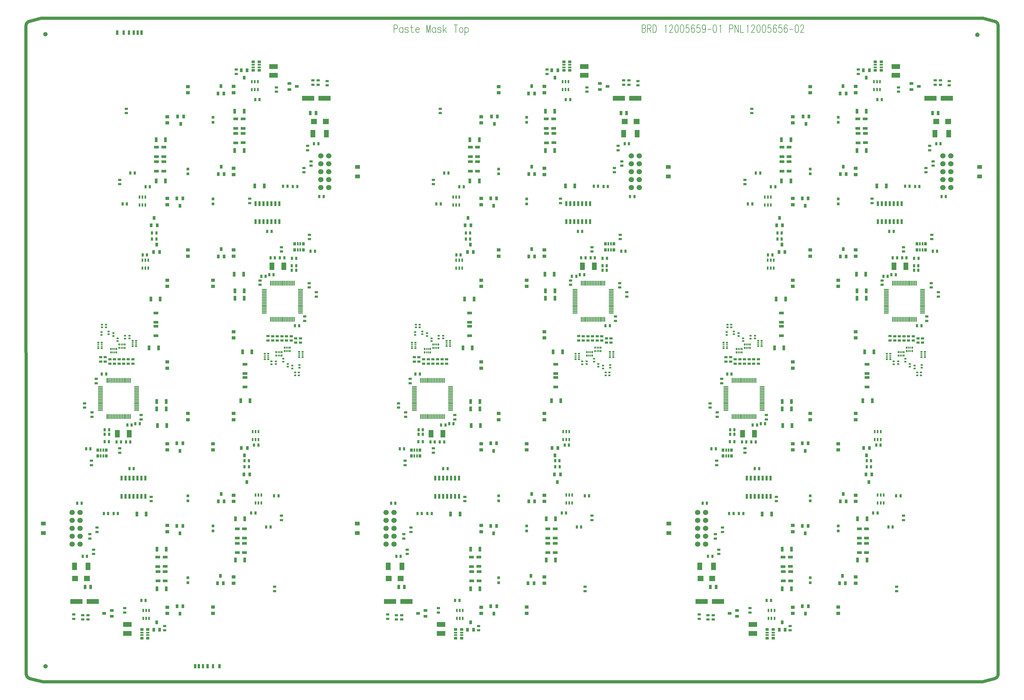
<source format=gbr>
*
G04 Job   : N:\Projects\COMUN\PSA\P07520_P2_Faceplate\C4_Capacitive_short\12005659-03\panel_12005656\12005656.pnl*
G04 User  : ESSECAE006:bolet001*
G04 Layer : 12005656-02-g11.gbr*
G04 Date  : Mon Mar 23 11:52:01 2020*
G04 equiv. Boardstation g11*
G04 Expedition Layer: Solder Paste - Top*
%ICAS*%
%MOIN*%
%FSDAX24Y24*%
%OFA0.0000B0.0000*%
G90*
G74*
%AMVB_RECTANGLE*
21,1,$1,$2,0,0,$3*
%
%AMVB_RCRECTANGLE*
$3=$3X2*
21,1,$1-$3,$2,0,0,0*
21,1,$1,$2-$3,0,0,0*
$1=$1/2*
$2=$2/2*
$3=$3/2*
$1=$1-$3*
$2=$2-$3*
1,1,$3X2,0-$1,0-$2*
1,1,$3X2,0-$1,$2*
1,1,$3X2,$1,$2*
1,1,$3X2,$1,0-$2*
%
%ADD11C,0.00591*%
%ADD10C,0.03937*%
%ADD33C,0.06693*%
%ADD24VB_RECTANGLE,0.03150X0.03150X180.00000*%
%ADD22VB_RECTANGLE,0.02756X0.01969X180.00000*%
%ADD12VB_RECTANGLE,0.03937X0.02756X0.00000*%
%ADD71VB_RECTANGLE,0.03937X0.02756X270.00000*%
%ADD17VB_RECTANGLE,0.04331X0.01772X0.00000*%
%ADD35VB_RECTANGLE,0.04331X0.01772X270.00000*%
%ADD20VB_RECTANGLE,0.04331X0.01969X90.00000*%
%ADD18VB_RECTANGLE,0.04331X0.03150X0.00000*%
%ADD36VB_RECTANGLE,0.04331X0.03150X270.00000*%
%ADD32VB_RECTANGLE,0.04724X0.03150X0.00000*%
%ADD19VB_RECTANGLE,0.04724X0.03150X270.00000*%
%ADD15VB_RECTANGLE,0.04724X0.03937X180.00000*%
%ADD31VB_RECTANGLE,0.05118X0.03150X270.00000*%
%ADD16VB_RECTANGLE,0.05906X0.03150X180.00000*%
%ADD23VB_RECTANGLE,0.05906X0.03150X270.00000*%
%ADD21VB_RECTANGLE,0.05906X0.04724X0.00000*%
%ADD28VB_RECTANGLE,0.06299X0.01181X0.00000*%
%ADD27VB_RECTANGLE,0.06299X0.01181X270.00000*%
%ADD34VB_RECTANGLE,0.06299X0.02362X90.00000*%
%ADD29VB_RECTANGLE,0.06299X0.09449X0.00000*%
%ADD72VB_RECTANGLE,0.07480X0.06693X180.00000*%
%ADD30VB_RECTANGLE,0.09055X0.06299X90.00000*%
%ADD70VB_RECTANGLE,0.10630X0.06299X180.00000*%
%ADD73VB_RECTANGLE,0.15157X0.06299X180.00000*%
%ADD25VB_RCRECTANGLE,0.02362X0.01181X0.00299*%
%ADD13VB_RCRECTANGLE,0.01181X0.02362X0.00299*%
%ADD26VB_RCRECTANGLE,0.02362X0.01772X0.00299*%
%ADD14VB_RCRECTANGLE,0.01772X0.02362X0.00299*%
G01*
G36*
X-110218Y079424D02*
Y079668D01*
X-110462*
G02X-110464Y079707I000283J000039*
X-110179Y079992I000285*
X-110139Y079990J000285*
G01Y079746*
X-109896*
G02X-109893Y079707I000283J000039*
X-110179Y079422I000286*
X-110218Y079424J000285*
G01Y079990D02*
Y079746D01*
X-110462*
G03X-110464Y079707I000283J000039*
X-110179Y079422I000285*
X-110139Y079424J000285*
G01Y079668*
X-109896*
G03X-109893Y079707I000283J000039*
X-110179Y079992I000286*
X-110218Y079990J000285*
G01X-110211Y-000339D02*
Y-000095D01*
X-110454*
G02X-110457Y-000056I000282J000039*
X-110172Y000229I000285*
X-110132Y000227J000285*
G01Y-000017*
X-109889*
G02X-109886Y-000056I000283J000039*
X-110172Y-000341I000286*
X-110211Y-000339J000285*
G01Y000227D02*
Y-000017D01*
X-110454*
G03X-110457Y-000056I000282J000039*
X-110172Y-000341I000285*
X-110132Y-000339J000285*
G01Y-000095*
X-109889*
G03X-109886Y-000056I000283J000039*
X-110172Y000229I000286*
X-110211Y000227J000285*
G01X-101269Y079626D02*
X-100993D01*
Y080177*
X-101269*
Y079626*
X-100442D02*
X-100167D01*
Y080177*
X-100442*
Y079626*
X-099773D02*
X-099497D01*
Y080177*
X-099773*
Y079626*
X-099182D02*
X-098907D01*
Y080177*
X-099182*
Y079626*
X-098671D02*
X-098395D01*
Y080177*
X-098671*
Y079626*
X-098198D02*
X-097923D01*
Y080177*
X-098198*
Y079626*
X-091435Y-000324D02*
X-091160D01*
Y000228*
X-091435*
Y-000324*
X-090963D02*
X-090687D01*
Y000228*
X-090963*
Y-000324*
X-090451D02*
X-090175D01*
Y000228*
X-090451*
Y-000324*
X-089861D02*
X-089585D01*
Y000228*
X-089861*
Y-000324*
X-089191D02*
X-088916D01*
Y000228*
X-089191*
Y-000324*
X-088364D02*
X-088089D01*
Y000228*
X-088364*
Y-000324*
X007331Y079353D02*
Y079596D01*
X007088*
G02X007085Y079635I000282J000039*
X007370Y079921I000285*
X007410Y079918J000286*
G01Y079675*
X007653*
G02X007656Y079635I000283J000040*
X007370Y079350I000286*
X007331Y079353J000285*
G01Y079918D02*
Y079675D01*
X007088*
G03X007085Y079635I000282J000040*
X007370Y079350I000285*
X007410Y079353J000285*
G01Y079596*
X007653*
G03X007656Y079635I000283J000039*
X007370Y079921I000286*
X007331Y079918J000286*
G37*
G54D10*
G01X009563Y-001602D02*
X008151Y-001987D01*
G02X007995Y-002008I000156J000570*
G01X-110504*
G02X-110658Y-001987J000591*
G01X-112161Y-001602*
G02X-112598Y-001032I000154J000570*
G01Y-001031*
X-112638Y080764*
G02X-112197Y081335I000591J000001*
G01X-110697Y081713*
G02X-110546Y081732I000151J000571*
X-110543J000590*
G01X007953*
G02X008102Y081713I000002J000590*
G01X009563Y081339*
G02X010000Y080768I000154J000571*
G01Y-001031*
Y-001032*
G02X009563Y-001602I000591*
G54D11*
G01X-066218Y079921D02*
Y080905D01*
X-065936*
X-065842Y080846*
X-065811Y080801*
X-065780Y080712*
Y080577*
X-065811Y080473*
X-065842Y080428*
X-065936Y080384*
X-066218*
X-065091Y080428D02*
X-065164Y080518D01*
X-065237Y080563*
X-065352*
X-065425Y080518*
X-065498Y080428*
X-065529Y080294*
Y080190*
X-065498Y080055*
X-065425Y079966*
X-065352Y079921*
X-065237*
X-065164Y079966*
X-065091Y080055*
Y080563D02*
Y079921D01*
X-064402Y080428D02*
X-064443Y080518D01*
X-064558Y080563*
X-064684*
X-064809Y080518*
X-064840Y080428*
X-064809Y080339*
X-064725Y080294*
X-064527Y080249*
X-064443Y080190*
X-064402Y080100*
Y080055*
X-064443Y079966*
X-064558Y079921*
X-064684*
X-064809Y079966*
X-064840Y080055*
X-064151Y080563D02*
X-063765D01*
X-063995Y080891D02*
Y080100D01*
X-063932Y079966*
X-063817Y079921*
X-063713*
X-063462Y080294D02*
X-063024D01*
Y080384*
X-063055Y080473*
X-063097Y080518*
X-063170Y080563*
X-063285*
X-063358Y080518*
X-063431Y080428*
X-063462Y080294*
Y080190*
X-063431Y080055*
X-063358Y079966*
X-063285Y079921*
X-063170*
X-063097Y079966*
X-063024Y080055*
X-062084Y079921D02*
Y080905D01*
X-061865Y079921*
X-061646Y080905*
Y079921*
X-060957Y080428D02*
X-061030Y080518D01*
X-061103Y080563*
X-061218*
X-061291Y080518*
X-061364Y080428*
X-061395Y080294*
Y080190*
X-061364Y080055*
X-061291Y079966*
X-061218Y079921*
X-061103*
X-061030Y079966*
X-060957Y080055*
Y080563D02*
Y079921D01*
X-060268Y080428D02*
X-060310Y080518D01*
X-060424Y080563*
X-060550*
X-060675Y080518*
X-060706Y080428*
X-060675Y080339*
X-060591Y080294*
X-060393Y080249*
X-060310Y080190*
X-060268Y080100*
Y080055*
X-060310Y079966*
X-060424Y079921*
X-060550*
X-060675Y079966*
X-060706Y080055*
X-060017Y080891D02*
Y079921D01*
X-059861Y080294D02*
X-059579Y079921D01*
X-059621Y080563D02*
X-060017Y080100D01*
X-058639Y080905D02*
X-058201D01*
X-058420D02*
Y079921D01*
X-057783Y080563D02*
X-057857Y080518D01*
X-057919Y080428*
X-057950Y080294*
Y080190*
X-057919Y080055*
X-057857Y079966*
X-057783Y079921*
X-057679*
X-057616Y079966*
X-057543Y080055*
X-057512Y080190*
Y080294*
X-057543Y080428*
X-057616Y080518*
X-057679Y080563*
X-057783*
X-057262Y080428D02*
X-057199Y080518D01*
X-057115Y080563*
X-057011*
X-056938Y080518*
X-056854Y080428*
X-056823Y080294*
Y080190*
X-056854Y080055*
X-056938Y079966*
X-057011Y079921*
X-057115*
X-057199Y079966*
X-057262Y080055*
Y080563D02*
Y079593D01*
X-034918Y080428D02*
X-034637D01*
X-034543Y080384*
X-034511Y080339*
X-034480Y080249*
Y080100*
X-034511Y080011*
X-034543Y079966*
X-034637Y079921*
X-034918*
Y080905*
X-034637*
X-034543Y080846*
X-034511Y080801*
X-034480Y080712*
Y080622*
X-034511Y080533*
X-034543Y080473*
X-034637Y080428*
X-034229Y079921D02*
Y080905D01*
X-033948*
X-033854Y080846*
X-033822Y080801*
X-033791Y080712*
Y080622*
X-033822Y080533*
X-033854Y080473*
X-033948Y080428*
X-034229*
X-034010D02*
X-033791Y079921D01*
X-033540Y080905D02*
X-033321D01*
X-033227Y080846*
X-033165Y080756*
X-033133Y080667*
X-033102Y080533*
Y080294*
X-033133Y080160*
X-033165Y080055*
X-033227Y079966*
X-033321Y079921*
X-033540*
Y080905*
X-031996Y080712D02*
X-031954Y080756D01*
X-031902Y080891*
Y079921*
X-031442Y080667D02*
Y080712D01*
X-031411Y080801*
X-031380Y080846*
X-031317Y080905*
X-031192*
X-031129Y080846*
X-031098Y080801*
X-031066Y080712*
Y080622*
X-031098Y080533*
X-031160Y080384*
X-031474Y079921*
X-031035*
X-030597Y080891D02*
X-030691Y080846D01*
X-030753Y080712*
X-030785Y080473*
Y080339*
X-030753Y080100*
X-030691Y079966*
X-030597Y079921*
X-030534*
X-030440Y079966*
X-030377Y080100*
X-030346Y080339*
Y080473*
X-030377Y080712*
X-030440Y080846*
X-030534Y080891*
X-030597*
X-029908D02*
X-030002Y080846D01*
X-030064Y080712*
X-030096Y080473*
Y080339*
X-030064Y080100*
X-030002Y079966*
X-029908Y079921*
X-029845*
X-029751Y079966*
X-029689Y080100*
X-029657Y080339*
Y080473*
X-029689Y080712*
X-029751Y080846*
X-029845Y080891*
X-029908*
X-029031D02*
X-029344D01*
X-029375Y080473*
X-029344Y080518*
X-029250Y080563*
X-029156*
X-029062Y080518*
X-029000Y080428*
X-028968Y080294*
Y080190*
X-029000Y080055*
X-029062Y079966*
X-029156Y079921*
X-029250*
X-029344Y079966*
X-029375Y080011*
X-029407Y080100*
X-028311Y080756D02*
X-028342Y080846D01*
X-028446Y080891*
X-028519*
X-028624Y080846*
X-028686Y080712*
X-028718Y080473*
Y080249*
X-028686Y080055*
X-028624Y079966*
X-028519Y079921*
X-028488*
X-028384Y079966*
X-028311Y080055*
X-028279Y080190*
Y080249*
X-028311Y080384*
X-028384Y080473*
X-028488Y080518*
X-028519*
X-028624Y080473*
X-028686Y080384*
X-028718Y080249*
X-027653Y080891D02*
X-027966D01*
X-027997Y080473*
X-027966Y080518*
X-027872Y080563*
X-027778*
X-027684Y080518*
X-027622Y080428*
X-027590Y080294*
Y080190*
X-027622Y080055*
X-027684Y079966*
X-027778Y079921*
X-027872*
X-027966Y079966*
X-027997Y080011*
X-028029Y080100*
X-026901Y080577D02*
X-026933Y080428D01*
X-026995Y080339*
X-027110Y080294*
X-027141*
X-027246Y080339*
X-027308Y080428*
X-027340Y080577*
Y080622*
X-027308Y080756*
X-027246Y080846*
X-027141Y080891*
X-027110*
X-026995Y080846*
X-026933Y080756*
X-026901Y080577*
Y080339*
X-026933Y080100*
X-026995Y079966*
X-027110Y079921*
X-027173*
X-027277Y079966*
X-027308Y080055*
X-026651Y080339D02*
X-026212D01*
X-025774Y080891D02*
X-025868Y080846D01*
X-025931Y080712*
X-025962Y080473*
Y080339*
X-025931Y080100*
X-025868Y079966*
X-025774Y079921*
X-025711*
X-025617Y079966*
X-025555Y080100*
X-025523Y080339*
Y080473*
X-025555Y080712*
X-025617Y080846*
X-025711Y080891*
X-025774*
X-025106Y080712D02*
X-025064Y080756D01*
X-025012Y080891*
Y079921*
X-023895D02*
Y080905D01*
X-023613*
X-023519Y080846*
X-023488Y080801*
X-023457Y080712*
Y080577*
X-023488Y080473*
X-023519Y080428*
X-023613Y080384*
X-023895*
X-023206Y079921D02*
Y080905D01*
X-022768Y079921*
Y080905*
X-022517D02*
Y079921D01*
X-022079*
X-021661Y080712D02*
X-021619Y080756D01*
X-021567Y080891*
Y079921*
X-021108Y080667D02*
Y080712D01*
X-021077Y080801*
X-021045Y080846*
X-020983Y080905*
X-020857*
X-020795Y080846*
X-020763Y080801*
X-020732Y080712*
Y080622*
X-020763Y080533*
X-020826Y080384*
X-021139Y079921*
X-020701*
X-020262Y080891D02*
X-020356Y080846D01*
X-020419Y080712*
X-020450Y080473*
Y080339*
X-020419Y080100*
X-020356Y079966*
X-020262Y079921*
X-020200*
X-020106Y079966*
X-020043Y080100*
X-020012Y080339*
Y080473*
X-020043Y080712*
X-020106Y080846*
X-020200Y080891*
X-020262*
X-019573D02*
X-019667Y080846D01*
X-019730Y080712*
X-019761Y080473*
Y080339*
X-019730Y080100*
X-019667Y079966*
X-019573Y079921*
X-019511*
X-019417Y079966*
X-019354Y080100*
X-019323Y080339*
Y080473*
X-019354Y080712*
X-019417Y080846*
X-019511Y080891*
X-019573*
X-018696D02*
X-019010D01*
X-019041Y080473*
X-019010Y080518*
X-018916Y080563*
X-018822*
X-018728Y080518*
X-018665Y080428*
X-018634Y080294*
Y080190*
X-018665Y080055*
X-018728Y079966*
X-018822Y079921*
X-018916*
X-019010Y079966*
X-019041Y080011*
X-019072Y080100*
X-017976Y080756D02*
X-018007Y080846D01*
X-018112Y080891*
X-018185*
X-018289Y080846*
X-018352Y080712*
X-018383Y080473*
Y080249*
X-018352Y080055*
X-018289Y079966*
X-018185Y079921*
X-018154*
X-018049Y079966*
X-017976Y080055*
X-017945Y080190*
Y080249*
X-017976Y080384*
X-018049Y080473*
X-018154Y080518*
X-018185*
X-018289Y080473*
X-018352Y080384*
X-018383Y080249*
X-017319Y080891D02*
X-017632D01*
X-017663Y080473*
X-017632Y080518*
X-017538Y080563*
X-017444*
X-017350Y080518*
X-017287Y080428*
X-017256Y080294*
Y080190*
X-017287Y080055*
X-017350Y079966*
X-017444Y079921*
X-017538*
X-017632Y079966*
X-017663Y080011*
X-017694Y080100*
X-016598Y080756D02*
X-016630Y080846D01*
X-016734Y080891*
X-016807*
X-016911Y080846*
X-016974Y080712*
X-017005Y080473*
Y080249*
X-016974Y080055*
X-016911Y079966*
X-016807Y079921*
X-016776*
X-016671Y079966*
X-016598Y080055*
X-016567Y080190*
Y080249*
X-016598Y080384*
X-016671Y080473*
X-016776Y080518*
X-016807*
X-016911Y080473*
X-016974Y080384*
X-017005Y080249*
X-016316Y080339D02*
X-015878D01*
X-015440Y080891D02*
X-015533Y080846D01*
X-015596Y080712*
X-015627Y080473*
Y080339*
X-015596Y080100*
X-015533Y079966*
X-015440Y079921*
X-015377*
X-015283Y079966*
X-015220Y080100*
X-015189Y080339*
Y080473*
X-015220Y080712*
X-015283Y080846*
X-015377Y080891*
X-015440*
X-014907Y080667D02*
Y080712D01*
X-014876Y080801*
X-014845Y080846*
X-014782Y080905*
X-014657*
X-014594Y080846*
X-014563Y080801*
X-014531Y080712*
Y080622*
X-014563Y080533*
X-014625Y080384*
X-014938Y079921*
X-014500*
G54D12*
X-106602Y005926D03*
Y006477D03*
X-105480Y005855D03*
Y006406D03*
X-105228Y032576D03*
Y033127D03*
X-104811Y005855D03*
Y006406D03*
X-104567Y016060D03*
Y016611D03*
X-104382Y025339D03*
Y025890D03*
X-104323Y031426D03*
Y031977D03*
X-104126Y014119D03*
Y014670D03*
X-103772Y035658D03*
Y036209D03*
X-103661Y016906D03*
Y017457D03*
X-103218Y038406D03*
Y038957D03*
X-102642Y038402D03*
Y038953D03*
X-102053Y038127D03*
Y038678D03*
X-101466Y038127D03*
Y038678D03*
X-100886Y038127D03*
Y038678D03*
X-100823Y026906D03*
Y027457D03*
X-100819Y060776D03*
Y061327D03*
X-100305Y038127D03*
Y038678D03*
X-100185Y006725D03*
Y007276D03*
X-099961Y069745D03*
Y070296D03*
X-099728Y038127D03*
Y038678D03*
X-099139Y038124D03*
Y038676D03*
X-098122Y031095D03*
Y031646D03*
X-096846Y020784D03*
Y021335D03*
X-095134Y004479D03*
Y005030D03*
X-086110Y074703D03*
Y075254D03*
X-084398Y058398D03*
Y058949D03*
X-083123Y048087D03*
Y048638D03*
X-082105Y041057D03*
Y041609D03*
X-081516Y041055D03*
Y041606D03*
X-081284Y009437D03*
Y009988D03*
X-081060Y072457D03*
Y073008D03*
X-080940Y041055D03*
Y041606D03*
X-080426Y018406D03*
Y018957D03*
X-080422Y052276D03*
Y052827D03*
X-080359Y041055D03*
Y041606D03*
X-079778Y041055D03*
Y041606D03*
X-079192Y041055D03*
Y041606D03*
X-078603Y040780D03*
Y041331D03*
X-078026Y040776D03*
Y041327D03*
X-077583Y062276D03*
Y062827D03*
X-077473Y043524D03*
Y044075D03*
X-077119Y065063D03*
Y065614D03*
X-076922Y047756D03*
Y048307D03*
X-076863Y053843D03*
Y054394D03*
X-076678Y063122D03*
Y063673D03*
X-076434Y073327D03*
Y073878D03*
X-076016Y046606D03*
Y047157D03*
X-075764Y073327D03*
Y073878D03*
X-074642Y073256D03*
Y073807D03*
X-067024Y005926D03*
Y006477D03*
X-065902Y005855D03*
Y006406D03*
X-065650Y032576D03*
Y033127D03*
X-065232Y005855D03*
Y006406D03*
X-064988Y016060D03*
Y016611D03*
X-064803Y025339D03*
Y025890D03*
X-064744Y031426D03*
Y031977D03*
X-064547Y014119D03*
Y014670D03*
X-064193Y035658D03*
Y036209D03*
X-064083Y016906D03*
Y017457D03*
X-063640Y038406D03*
Y038957D03*
X-063063Y038402D03*
Y038953D03*
X-062474Y038127D03*
Y038678D03*
X-061888Y038127D03*
Y038678D03*
X-061307Y038127D03*
Y038678D03*
X-061244Y026906D03*
Y027457D03*
X-061240Y060776D03*
Y061327D03*
X-060726Y038127D03*
Y038678D03*
X-060606Y006725D03*
Y007276D03*
X-060382Y069745D03*
Y070296D03*
X-060150Y038127D03*
Y038678D03*
X-059561Y038124D03*
Y038676D03*
X-058543Y031095D03*
Y031646D03*
X-057268Y020784D03*
Y021335D03*
X-055556Y004479D03*
Y005030D03*
X-046925Y074703D03*
Y075254D03*
X-045213Y058398D03*
Y058949D03*
X-043937Y048087D03*
Y048638D03*
X-042920Y041057D03*
Y041609D03*
X-042331Y041055D03*
Y041606D03*
X-042099Y009437D03*
Y009988D03*
X-041874Y072457D03*
Y073008D03*
X-041754Y041055D03*
Y041606D03*
X-041240Y018406D03*
Y018957D03*
X-041236Y052276D03*
Y052827D03*
X-041173Y041055D03*
Y041606D03*
X-040593Y041055D03*
Y041606D03*
X-040006Y041055D03*
Y041606D03*
X-039418Y040780D03*
Y041331D03*
X-038841Y040776D03*
Y041327D03*
X-038398Y062276D03*
Y062827D03*
X-038288Y043524D03*
Y044075D03*
X-037933Y065063D03*
Y065614D03*
X-037736Y047756D03*
Y048307D03*
X-037677Y053843D03*
Y054394D03*
X-037492Y063122D03*
Y063673D03*
X-037248Y073327D03*
Y073878D03*
X-036831Y046606D03*
Y047157D03*
X-036579Y073327D03*
Y073878D03*
X-035457Y073256D03*
Y073807D03*
X-027720Y005926D03*
Y006477D03*
X-026598Y005855D03*
Y006406D03*
X-026346Y032576D03*
Y033127D03*
X-025929Y005855D03*
Y006406D03*
X-025685Y016060D03*
Y016611D03*
X-025500Y025339D03*
Y025890D03*
X-025441Y031426D03*
Y031977D03*
X-025244Y014119D03*
Y014670D03*
X-024889Y035658D03*
Y036209D03*
X-024779Y016906D03*
Y017457D03*
X-024336Y038406D03*
Y038957D03*
X-023759Y038402D03*
Y038953D03*
X-023171Y038127D03*
Y038678D03*
X-022584Y038127D03*
Y038678D03*
X-022004Y038127D03*
Y038678D03*
X-021941Y026906D03*
Y027457D03*
X-021937Y060776D03*
Y061327D03*
X-021423Y038127D03*
Y038678D03*
X-021303Y006725D03*
Y007276D03*
X-021078Y069745D03*
Y070296D03*
X-020846Y038127D03*
Y038678D03*
X-020257Y038124D03*
Y038676D03*
X-019240Y031095D03*
Y031646D03*
X-017964Y020784D03*
Y021335D03*
X-016252Y004479D03*
Y005030D03*
X-007633Y074703D03*
Y075254D03*
X-005921Y058398D03*
Y058949D03*
X-004646Y048087D03*
Y048638D03*
X-003628Y041057D03*
Y041609D03*
X-003039Y041055D03*
Y041606D03*
X-002807Y009437D03*
Y009988D03*
X-002583Y072457D03*
Y073008D03*
X-002463Y041055D03*
Y041606D03*
X-001949Y018406D03*
Y018957D03*
X-001945Y052276D03*
Y052827D03*
X-001882Y041055D03*
Y041606D03*
X-001301Y041055D03*
Y041606D03*
X-000715Y041055D03*
Y041606D03*
X-000126Y040780D03*
Y041331D03*
X000451Y040776D03*
Y041327D03*
X000894Y062276D03*
Y062827D03*
X001004Y043524D03*
Y044075D03*
X001358Y065063D03*
Y065614D03*
X001555Y047756D03*
Y048307D03*
X001614Y053843D03*
Y054394D03*
X001799Y063122D03*
Y063673D03*
X002043Y073327D03*
Y073878D03*
X002461Y046606D03*
Y047157D03*
X002713Y073327D03*
Y073878D03*
X003835Y073256D03*
Y073807D03*
G54D13*
X-101669Y039572D03*
Y040005D03*
X-101468Y039572D03*
Y040005D03*
X-100624Y040127D03*
Y040560D03*
X-100423Y040127D03*
Y040560D03*
X-080821Y039173D03*
Y039606D03*
X-080621Y039173D03*
Y039606D03*
X-079776Y039728D03*
Y040161D03*
X-079575Y039728D03*
Y040161D03*
X-062091Y039572D03*
Y040005D03*
X-061890Y039572D03*
Y040005D03*
X-061045Y040127D03*
Y040560D03*
X-060844Y040127D03*
Y040560D03*
X-041636Y039173D03*
Y039606D03*
X-041435Y039173D03*
Y039606D03*
X-040591Y039728D03*
Y040161D03*
X-040390Y039728D03*
Y040161D03*
X-022787Y039572D03*
Y040005D03*
X-022586Y039572D03*
Y040005D03*
X-021742Y040127D03*
Y040560D03*
X-021541Y040127D03*
Y040560D03*
X-002344Y039173D03*
Y039606D03*
X-002144Y039173D03*
Y039606D03*
X-001299Y039728D03*
Y040161D03*
X-001098Y039728D03*
Y040161D03*
G54D14*
X-101909Y039572D03*
Y040005D03*
X-101228Y039572D03*
Y040005D03*
X-100864Y040127D03*
Y040560D03*
X-100183Y040127D03*
Y040560D03*
X-081062Y039173D03*
Y039606D03*
X-080380Y039173D03*
Y039606D03*
X-080016Y039728D03*
Y040161D03*
X-079335Y039728D03*
Y040161D03*
X-062331Y039572D03*
Y040005D03*
X-061650Y039572D03*
Y040005D03*
X-061285Y040127D03*
Y040560D03*
X-060604Y040127D03*
Y040560D03*
X-041876Y039173D03*
Y039606D03*
X-041195Y039173D03*
Y039606D03*
X-040831Y039728D03*
Y040161D03*
X-040150Y039728D03*
Y040161D03*
X-023027Y039572D03*
Y040005D03*
X-022346Y039572D03*
Y040005D03*
X-021982Y040127D03*
Y040560D03*
X-021301Y040127D03*
Y040560D03*
X-002585Y039173D03*
Y039606D03*
X-001904Y039173D03*
Y039606D03*
X-001539Y039728D03*
Y040161D03*
X-000858Y039728D03*
Y040161D03*
G54D15*
X-094804Y006618D03*
Y007405D03*
Y016940D03*
Y017728D03*
Y027251D03*
Y028039D03*
Y037566D03*
Y038354D03*
Y047885D03*
Y048673D03*
Y058200D03*
Y058988D03*
Y068514D03*
Y069301D03*
X-092197Y031063D03*
Y031850D03*
Y051693D03*
Y052480D03*
Y072319D03*
Y073106D03*
X-089047Y006627D03*
Y007414D03*
Y027253D03*
Y028040D03*
Y047883D03*
Y048670D03*
X-086440Y010432D03*
Y011219D03*
Y020745D03*
Y021533D03*
Y031060D03*
Y031848D03*
Y041379D03*
Y042167D03*
Y051694D03*
Y052482D03*
Y062005D03*
Y062793D03*
Y072328D03*
Y073115D03*
X-055226Y006618D03*
Y007405D03*
Y016940D03*
Y017728D03*
Y027251D03*
Y028039D03*
Y037566D03*
Y038354D03*
Y047885D03*
Y048673D03*
Y058200D03*
Y058988D03*
Y068514D03*
Y069301D03*
X-053012Y031063D03*
Y031850D03*
Y051693D03*
Y052480D03*
Y072319D03*
Y073106D03*
X-049469Y006627D03*
Y007414D03*
Y027253D03*
Y028040D03*
Y047883D03*
Y048670D03*
X-047255Y010432D03*
Y011219D03*
Y020745D03*
Y021533D03*
Y031060D03*
Y031848D03*
Y041379D03*
Y042167D03*
Y051694D03*
Y052482D03*
Y062005D03*
Y062793D03*
Y072328D03*
Y073115D03*
X-015922Y006618D03*
Y007405D03*
Y016940D03*
Y017728D03*
Y027251D03*
Y028039D03*
Y037566D03*
Y038354D03*
Y047885D03*
Y048673D03*
Y058200D03*
Y058988D03*
Y068514D03*
Y069301D03*
X-013720Y031063D03*
Y031850D03*
Y051693D03*
Y052480D03*
Y072319D03*
Y073106D03*
X-010165Y006627D03*
Y007414D03*
Y027253D03*
Y028040D03*
Y047883D03*
Y048670D03*
X-007963Y010432D03*
Y011219D03*
Y020745D03*
Y021533D03*
Y031060D03*
Y031848D03*
Y041379D03*
Y042167D03*
Y051694D03*
Y052482D03*
Y062005D03*
Y062793D03*
Y072328D03*
Y073115D03*
G54D16*
X-096240Y041674D03*
Y042855D03*
Y043347D03*
Y044528D03*
X-096169Y062438D03*
Y063619D03*
Y064272D03*
Y065453D03*
X-096012Y012528D03*
Y013709D03*
X-095992Y010721D03*
Y011902D03*
X-095252Y062438D03*
Y063619D03*
Y064272D03*
Y065453D03*
X-095083Y012552D03*
Y013733D03*
X-095063Y010721D03*
Y011902D03*
X-086182Y067831D03*
Y069012D03*
X-086162Y066000D03*
Y067181D03*
X-085993Y014280D03*
Y015461D03*
Y016114D03*
Y017295D03*
X-085253Y067831D03*
Y069012D03*
X-085233Y066024D03*
Y067205D03*
X-085075Y014280D03*
Y015461D03*
Y016114D03*
Y017295D03*
X-085005Y035205D03*
Y036386D03*
Y036878D03*
Y038059D03*
X-056661Y041674D03*
Y042855D03*
Y043347D03*
Y044528D03*
X-056591Y062438D03*
Y063619D03*
Y064272D03*
Y065453D03*
X-056433Y012528D03*
Y013709D03*
X-056413Y010721D03*
Y011902D03*
X-055673Y062438D03*
Y063619D03*
Y064272D03*
Y065453D03*
X-055504Y012552D03*
Y013733D03*
X-055484Y010721D03*
Y011902D03*
X-046996Y067831D03*
Y069012D03*
X-046977Y066000D03*
Y067181D03*
X-046807Y014280D03*
Y015461D03*
Y016114D03*
Y017295D03*
X-046067Y067831D03*
Y069012D03*
X-046048Y066024D03*
Y067205D03*
X-045890Y014280D03*
Y015461D03*
Y016114D03*
Y017295D03*
X-045819Y035205D03*
Y036386D03*
Y036878D03*
Y038059D03*
X-017358Y041674D03*
Y042855D03*
Y043347D03*
Y044528D03*
X-017287Y062438D03*
Y063619D03*
Y064272D03*
Y065453D03*
X-017130Y012528D03*
Y013709D03*
X-017110Y010721D03*
Y011902D03*
X-016370Y062438D03*
Y063619D03*
Y064272D03*
Y065453D03*
X-016200Y012552D03*
Y013733D03*
X-016181Y010721D03*
Y011902D03*
X-007705Y067831D03*
Y069012D03*
X-007685Y066000D03*
Y067181D03*
X-007516Y014280D03*
Y015461D03*
Y016114D03*
Y017295D03*
X-006776Y067831D03*
Y069012D03*
X-006756Y066024D03*
Y067205D03*
X-006598Y014280D03*
Y015461D03*
Y016114D03*
Y017295D03*
X-006528Y035205D03*
Y036386D03*
Y036878D03*
Y038059D03*
G54D17*
X-098018Y003883D03*
Y004198D03*
X-097270Y003883D03*
Y004198D03*
X-083974Y075535D03*
Y075850D03*
X-083226Y075535D03*
Y075850D03*
X-058440Y003883D03*
Y004198D03*
X-057692Y003883D03*
Y004198D03*
X-044789Y075535D03*
Y075850D03*
X-044041Y075535D03*
Y075850D03*
X-019136Y003883D03*
Y004198D03*
X-018388Y003883D03*
Y004198D03*
X-005497Y075535D03*
Y075850D03*
X-004749Y075535D03*
Y075850D03*
G54D18*
X-098018Y003499D03*
Y004581D03*
X-097270Y003499D03*
Y004581D03*
X-083974Y075152D03*
Y076234D03*
X-083226Y075152D03*
Y076234D03*
X-058440Y003499D03*
Y004581D03*
X-057692Y003499D03*
Y004581D03*
X-044789Y075152D03*
Y076234D03*
X-044041Y075152D03*
Y076234D03*
X-019136Y003499D03*
Y004581D03*
X-018388Y003499D03*
Y004581D03*
X-005497Y075152D03*
Y076234D03*
X-004749Y075152D03*
Y076234D03*
G54D19*
X-096839Y055587D03*
X-096528Y052229D03*
X-096509Y004560D03*
X-096465Y056532D03*
X-096153Y053174D03*
X-096135Y005505D03*
X-096091Y055587D03*
X-095779Y052229D03*
X-095761Y004560D03*
X-093598Y017674D03*
Y028076D03*
Y058989D03*
X-093579Y007520D03*
X-093500Y069324D03*
X-093224Y016729D03*
Y027131D03*
Y058044D03*
X-093205Y006576D03*
X-093126Y068379D03*
X-092850Y017674D03*
Y028076D03*
Y058989D03*
X-092831Y007520D03*
X-092752Y069324D03*
X-088493Y010409D03*
X-088414Y072213D03*
X-088394Y020744D03*
Y051657D03*
Y062059D03*
X-088119Y011354D03*
X-088040Y073157D03*
X-088020Y021689D03*
Y052602D03*
Y063004D03*
X-087745Y010409D03*
X-087666Y072213D03*
X-087646Y020744D03*
Y051657D03*
Y062059D03*
X-085484Y075173D03*
X-085465Y027504D03*
X-085154Y024146D03*
X-085110Y074228D03*
X-085091Y026559D03*
X-084780Y023201D03*
X-084736Y075173D03*
X-084717Y027504D03*
X-084406Y024146D03*
X-057260Y055587D03*
X-056949Y052229D03*
X-056930Y004560D03*
X-056886Y056532D03*
X-056575Y053174D03*
X-056556Y005505D03*
X-056512Y055587D03*
X-056201Y052229D03*
X-056182Y004560D03*
X-054020Y017674D03*
Y028076D03*
Y058989D03*
X-054000Y007520D03*
X-053921Y069324D03*
X-053646Y016729D03*
Y027131D03*
Y058044D03*
X-053626Y006576D03*
X-053547Y068379D03*
X-053272Y017674D03*
Y028076D03*
Y058989D03*
X-053252Y007520D03*
X-053173Y069324D03*
X-049307Y010409D03*
X-049229Y072213D03*
X-049209Y020744D03*
Y051657D03*
Y062059D03*
X-048933Y011354D03*
X-048855Y073157D03*
X-048835Y021689D03*
Y052602D03*
Y063004D03*
X-048559Y010409D03*
X-048481Y072213D03*
X-048461Y020744D03*
Y051657D03*
Y062059D03*
X-046299Y075173D03*
X-046280Y027504D03*
X-045969Y024146D03*
X-045925Y074228D03*
X-045906Y026559D03*
X-045595Y023201D03*
X-045551Y075173D03*
X-045532Y027504D03*
X-045221Y024146D03*
X-017956Y055587D03*
X-017645Y052229D03*
X-017626Y004560D03*
X-017582Y056532D03*
X-017271Y053174D03*
X-017252Y005505D03*
X-017208Y055587D03*
X-016897Y052229D03*
X-016878Y004560D03*
X-014716Y017674D03*
Y028076D03*
Y058989D03*
X-014696Y007520D03*
X-014618Y069324D03*
X-014342Y016729D03*
Y027131D03*
Y058044D03*
X-014322Y006576D03*
X-014244Y068379D03*
X-013968Y017674D03*
Y028076D03*
Y058989D03*
X-013948Y007520D03*
X-013870Y069324D03*
X-010016Y010409D03*
X-009937Y072213D03*
X-009917Y020744D03*
Y051657D03*
Y062059D03*
X-009642Y011354D03*
X-009563Y073157D03*
X-009543Y021689D03*
Y052602D03*
Y063004D03*
X-009268Y010409D03*
X-009189Y072213D03*
X-009169Y020744D03*
Y051657D03*
Y062059D03*
X-007007Y075173D03*
X-006988Y027504D03*
X-006677Y024146D03*
X-006633Y074228D03*
X-006614Y026559D03*
X-006303Y023201D03*
X-006259Y075173D03*
X-006240Y027504D03*
X-005929Y024146D03*
G54D20*
X-098315Y058170D03*
Y059170D03*
X-097945Y050178D03*
Y051178D03*
X-097941Y058170D03*
Y059170D03*
X-097854Y006001D03*
Y007001D03*
X-097571Y050178D03*
Y051178D03*
X-097567Y058170D03*
Y059170D03*
X-097480Y006001D03*
Y007001D03*
X-097197Y050178D03*
Y051178D03*
X-097106Y006001D03*
Y007001D03*
X-084138Y072732D03*
Y073732D03*
X-084048Y028555D03*
Y029555D03*
X-083764Y072732D03*
Y073732D03*
X-083678Y020563D03*
Y021563D03*
X-083674Y028555D03*
Y029555D03*
X-083390Y072732D03*
Y073732D03*
X-083304Y020563D03*
Y021563D03*
X-083300Y028555D03*
Y029555D03*
X-082930Y020563D03*
Y021563D03*
X-058736Y058170D03*
Y059170D03*
X-058366Y050178D03*
Y051178D03*
X-058362Y058170D03*
Y059170D03*
X-058276Y006001D03*
Y007001D03*
X-057992Y050178D03*
Y051178D03*
X-057988Y058170D03*
Y059170D03*
X-057902Y006001D03*
Y007001D03*
X-057618Y050178D03*
Y051178D03*
X-057528Y006001D03*
Y007001D03*
X-044953Y072732D03*
Y073732D03*
X-044862Y028555D03*
Y029555D03*
X-044579Y072732D03*
Y073732D03*
X-044492Y020563D03*
Y021563D03*
X-044488Y028555D03*
Y029555D03*
X-044205Y072732D03*
Y073732D03*
X-044118Y020563D03*
Y021563D03*
X-044114Y028555D03*
Y029555D03*
X-043744Y020563D03*
Y021563D03*
X-019433Y058170D03*
Y059170D03*
X-019063Y050178D03*
Y051178D03*
X-019059Y058170D03*
Y059170D03*
X-018972Y006001D03*
Y007001D03*
X-018689Y050178D03*
Y051178D03*
X-018685Y058170D03*
Y059170D03*
X-018598Y006001D03*
Y007001D03*
X-018315Y050178D03*
Y051178D03*
X-018224Y006001D03*
Y007001D03*
X-005661Y072732D03*
Y073732D03*
X-005571Y028555D03*
Y029555D03*
X-005287Y072732D03*
Y073732D03*
X-005201Y020563D03*
Y021563D03*
X-005197Y028555D03*
Y029555D03*
X-004913Y072732D03*
Y073732D03*
X-004827Y020563D03*
Y021563D03*
X-004823Y028555D03*
Y029555D03*
X-004453Y020563D03*
Y021563D03*
G54D21*
X-110435Y016763D03*
Y017963D03*
X-070857Y016763D03*
Y017963D03*
X-070809Y061770D03*
Y062970D03*
X-031624Y061770D03*
Y062970D03*
X-031553Y016763D03*
Y017963D03*
X007668Y061770D03*
Y062970D03*
G54D22*
X-103117Y041764D03*
Y042119D03*
X-103030Y042709D03*
Y043064D03*
X-102554Y042709D03*
Y043064D03*
X-102211Y041843D03*
Y042198D03*
X-101621Y041627D03*
Y041981D03*
X-101070Y040977D03*
Y041331D03*
X-100142Y041300D03*
Y041654D03*
X-099575Y041320D03*
Y041674D03*
X-081670Y038059D03*
Y038413D03*
X-081103Y038079D03*
Y038433D03*
X-080175Y038402D03*
Y038756D03*
X-079624Y037752D03*
Y038106D03*
X-079033Y037535D03*
Y037890D03*
X-078691Y036669D03*
Y037024D03*
X-078214Y036669D03*
Y037024D03*
X-078128Y037614D03*
Y037969D03*
X-063538Y041764D03*
Y042119D03*
X-063451Y042709D03*
Y043064D03*
X-062975Y042709D03*
Y043064D03*
X-062633Y041843D03*
Y042198D03*
X-062042Y041627D03*
Y041981D03*
X-061491Y040977D03*
Y041331D03*
X-060563Y041300D03*
Y041654D03*
X-059996Y041320D03*
Y041674D03*
X-042485Y038059D03*
Y038413D03*
X-041918Y038079D03*
Y038433D03*
X-040990Y038402D03*
Y038756D03*
X-040439Y037752D03*
Y038106D03*
X-039848Y037535D03*
Y037890D03*
X-039505Y036669D03*
Y037024D03*
X-039029Y036669D03*
Y037024D03*
X-038942Y037614D03*
Y037969D03*
X-024235Y041764D03*
Y042119D03*
X-024148Y042709D03*
Y043064D03*
X-023672Y042709D03*
Y043064D03*
X-023329Y041843D03*
Y042198D03*
X-022738Y041627D03*
Y041981D03*
X-022187Y040977D03*
Y041331D03*
X-021259Y041300D03*
Y041654D03*
X-020693Y041320D03*
Y041674D03*
X-003193Y038059D03*
Y038413D03*
X-002626Y038079D03*
Y038433D03*
X-001698Y038402D03*
Y038756D03*
X-001147Y037752D03*
Y038106D03*
X-000556Y037535D03*
Y037890D03*
X-000214Y036669D03*
Y037024D03*
X000263Y036669D03*
Y037024D03*
X000349Y037614D03*
Y037969D03*
G54D23*
X-098653Y019166D03*
X-097472D03*
X-097102Y040123D03*
X-096882Y046288D03*
X-096216Y061182D03*
Y066387D03*
X-096134Y032414D03*
Y033343D03*
X-096126Y009737D03*
Y014717D03*
X-096059Y030324D03*
X-095921Y040123D03*
X-095701Y046288D03*
X-095035Y061182D03*
Y066387D03*
X-094953Y032414D03*
Y033343D03*
X-094945Y009737D03*
Y014717D03*
X-094878Y030324D03*
X-086367Y049409D03*
X-086300Y065016D03*
Y069996D03*
X-086292Y046390D03*
Y047319D03*
X-086209Y013346D03*
Y018551D03*
X-085544Y033445D03*
X-085323Y039610D03*
X-085186Y049409D03*
X-085119Y065016D03*
Y069996D03*
X-085111Y046390D03*
Y047319D03*
X-085028Y013346D03*
Y018551D03*
X-084363Y033445D03*
X-084142Y039610D03*
X-083772Y060567D03*
X-082591D03*
X-059075Y019166D03*
X-057894D03*
X-057524Y040123D03*
X-057303Y046288D03*
X-056638Y061182D03*
Y066387D03*
X-056555Y032414D03*
Y033343D03*
X-056547Y009737D03*
Y014717D03*
X-056480Y030324D03*
X-056343Y040123D03*
X-056122Y046288D03*
X-055457Y061182D03*
Y066387D03*
X-055374Y032414D03*
Y033343D03*
X-055366Y009737D03*
Y014717D03*
X-055299Y030324D03*
X-047181Y049409D03*
X-047114Y065016D03*
Y069996D03*
X-047107Y046390D03*
Y047319D03*
X-047024Y013346D03*
Y018551D03*
X-046359Y033445D03*
X-046138Y039610D03*
X-046000Y049409D03*
X-045933Y065016D03*
Y069996D03*
X-045925Y046390D03*
Y047319D03*
X-045843Y013346D03*
Y018551D03*
X-045177Y033445D03*
X-044957Y039610D03*
X-044587Y060567D03*
X-043406D03*
X-019771Y019166D03*
X-018590D03*
X-018220Y040123D03*
X-018000Y046288D03*
X-017334Y061182D03*
Y066387D03*
X-017252Y032414D03*
Y033343D03*
X-017244Y009737D03*
Y014717D03*
X-017177Y030324D03*
X-017039Y040123D03*
X-016818Y046288D03*
X-016153Y061182D03*
Y066387D03*
X-016070Y032414D03*
Y033343D03*
X-016063Y009737D03*
Y014717D03*
X-015996Y030324D03*
X-007890Y049409D03*
X-007823Y065016D03*
Y069996D03*
X-007815Y046390D03*
Y047319D03*
X-007732Y013346D03*
Y018551D03*
X-007067Y033445D03*
X-006846Y039610D03*
X-006709Y049409D03*
X-006642Y065016D03*
Y069996D03*
X-006634Y046390D03*
Y047319D03*
X-006551Y013346D03*
Y018551D03*
X-005886Y033445D03*
X-005665Y039610D03*
X-005295Y060567D03*
X-004114D03*
G54D24*
X-092197Y010508D03*
Y011138D03*
Y020823D03*
Y021453D03*
Y062075D03*
Y062705D03*
X-089047Y017028D03*
Y017658D03*
Y058280D03*
Y058910D03*
Y068595D03*
Y069225D03*
X-053012Y010508D03*
Y011138D03*
Y020823D03*
Y021453D03*
Y062075D03*
Y062705D03*
X-049469Y017028D03*
Y017658D03*
Y058280D03*
Y058910D03*
Y068595D03*
Y069225D03*
X-013720Y010508D03*
Y011138D03*
Y020823D03*
Y021453D03*
Y062075D03*
Y062705D03*
X-010165Y017028D03*
Y017658D03*
Y058280D03*
Y058910D03*
Y068595D03*
Y069225D03*
G54D25*
X-103516Y040341D03*
Y040542D03*
X-103083Y040341D03*
Y040542D03*
X-099165Y040597D03*
Y040798D03*
X-098732Y040597D03*
Y040798D03*
X-082512Y038935D03*
Y039136D03*
X-082079Y038935D03*
Y039136D03*
X-078162Y039191D03*
Y039392D03*
X-077729Y039191D03*
Y039392D03*
X-063937Y040341D03*
Y040542D03*
X-063504Y040341D03*
Y040542D03*
X-059587Y040597D03*
Y040798D03*
X-059154Y040597D03*
Y040798D03*
X-043327Y038935D03*
Y039136D03*
X-042894Y038935D03*
Y039136D03*
X-038977Y039191D03*
Y039392D03*
X-038544Y039191D03*
Y039392D03*
X-024633Y040341D03*
Y040542D03*
X-024200Y040341D03*
Y040542D03*
X-020283Y040597D03*
Y040798D03*
X-019850Y040597D03*
Y040798D03*
X-004035Y038935D03*
Y039136D03*
X-003602Y038935D03*
Y039136D03*
X000315Y039191D03*
Y039392D03*
X000748Y039191D03*
Y039392D03*
G54D26*
X-103516Y040101D03*
Y040782D03*
X-103083Y040101D03*
Y040782D03*
X-099165Y040357D03*
Y041038D03*
X-098732Y040357D03*
Y041038D03*
X-082512Y038695D03*
Y039376D03*
X-082079Y038695D03*
Y039376D03*
X-078162Y038951D03*
Y039632D03*
X-077729Y038951D03*
Y039632D03*
X-063937Y040101D03*
Y040782D03*
X-063504Y040101D03*
Y040782D03*
X-059587Y040357D03*
Y041038D03*
X-059154Y040357D03*
Y041038D03*
X-043327Y038695D03*
Y039376D03*
X-042894Y038695D03*
Y039376D03*
X-038977Y038951D03*
Y039632D03*
X-038544Y038951D03*
Y039632D03*
X-024633Y040101D03*
Y040782D03*
X-024200Y040101D03*
Y040782D03*
X-020283Y040357D03*
Y041038D03*
X-019850Y040357D03*
Y041038D03*
X-004035Y038695D03*
Y039376D03*
X-003602Y038695D03*
Y039376D03*
X000315Y038951D03*
Y039632D03*
X000748Y038951D03*
Y039632D03*
G54D27*
X-102425Y031450D03*
Y036016D03*
X-102228Y031450D03*
Y036016D03*
X-102031Y031450D03*
Y036016D03*
X-101835Y031450D03*
Y036016D03*
X-101638Y031450D03*
Y036016D03*
X-101441Y031450D03*
Y036016D03*
X-101244Y031450D03*
Y036016D03*
X-101047Y031450D03*
Y036016D03*
X-100850Y031450D03*
Y036016D03*
X-100653Y031450D03*
Y036016D03*
X-100457Y031450D03*
Y036016D03*
X-100260Y031450D03*
Y036016D03*
X-100063Y031450D03*
Y036016D03*
X-099866Y031450D03*
Y036016D03*
X-099669Y031450D03*
Y036016D03*
X-099472Y031450D03*
Y036016D03*
X-081772Y043717D03*
Y048283D03*
X-081575Y043717D03*
Y048283D03*
X-081379Y043717D03*
Y048283D03*
X-081182Y043717D03*
Y048283D03*
X-080985Y043717D03*
Y048283D03*
X-080788Y043717D03*
Y048283D03*
X-080591Y043717D03*
Y048283D03*
X-080394Y043717D03*
Y048283D03*
X-080197Y043717D03*
Y048283D03*
X-080001Y043717D03*
Y048283D03*
X-079804Y043717D03*
Y048283D03*
X-079607Y043717D03*
Y048283D03*
X-079410Y043717D03*
Y048283D03*
X-079213Y043717D03*
Y048283D03*
X-079016Y043717D03*
Y048283D03*
X-078819Y043717D03*
Y048283D03*
X-062846Y031450D03*
Y036016D03*
X-062650Y031450D03*
Y036016D03*
X-062453Y031450D03*
Y036016D03*
X-062256Y031450D03*
Y036016D03*
X-062059Y031450D03*
Y036016D03*
X-061862Y031450D03*
Y036016D03*
X-061665Y031450D03*
Y036016D03*
X-061469Y031450D03*
Y036016D03*
X-061272Y031450D03*
Y036016D03*
X-061075Y031450D03*
Y036016D03*
X-060878Y031450D03*
Y036016D03*
X-060681Y031450D03*
Y036016D03*
X-060484Y031450D03*
Y036016D03*
X-060287Y031450D03*
Y036016D03*
X-060091Y031450D03*
Y036016D03*
X-059894Y031450D03*
Y036016D03*
X-042587Y043717D03*
Y048283D03*
X-042390Y043717D03*
Y048283D03*
X-042193Y043717D03*
Y048283D03*
X-041996Y043717D03*
Y048283D03*
X-041799Y043717D03*
Y048283D03*
X-041603Y043717D03*
Y048283D03*
X-041406Y043717D03*
Y048283D03*
X-041209Y043717D03*
Y048283D03*
X-041012Y043717D03*
Y048283D03*
X-040815Y043717D03*
Y048283D03*
X-040618Y043717D03*
Y048283D03*
X-040422Y043717D03*
Y048283D03*
X-040225Y043717D03*
Y048283D03*
X-040028Y043717D03*
Y048283D03*
X-039831Y043717D03*
Y048283D03*
X-039634Y043717D03*
Y048283D03*
X-023543Y031450D03*
Y036016D03*
X-023346Y031450D03*
Y036016D03*
X-023149Y031450D03*
Y036016D03*
X-022952Y031450D03*
Y036016D03*
X-022756Y031450D03*
Y036016D03*
X-022559Y031450D03*
Y036016D03*
X-022362Y031450D03*
Y036016D03*
X-022165Y031450D03*
Y036016D03*
X-021968Y031450D03*
Y036016D03*
X-021771Y031450D03*
Y036016D03*
X-021574Y031450D03*
Y036016D03*
X-021378Y031450D03*
Y036016D03*
X-021181Y031450D03*
Y036016D03*
X-020984Y031450D03*
Y036016D03*
X-020787Y031450D03*
Y036016D03*
X-020590Y031450D03*
Y036016D03*
X-003295Y043717D03*
Y048283D03*
X-003098Y043717D03*
Y048283D03*
X-002902Y043717D03*
Y048283D03*
X-002705Y043717D03*
Y048283D03*
X-002508Y043717D03*
Y048283D03*
X-002311Y043717D03*
Y048283D03*
X-002114Y043717D03*
Y048283D03*
X-001917Y043717D03*
Y048283D03*
X-001720Y043717D03*
Y048283D03*
X-001524Y043717D03*
Y048283D03*
X-001327Y043717D03*
Y048283D03*
X-001130Y043717D03*
Y048283D03*
X-000933Y043717D03*
Y048283D03*
X-000736Y043717D03*
Y048283D03*
X-000539Y043717D03*
Y048283D03*
X-000343Y043717D03*
Y048283D03*
G54D28*
X-103232Y032257D03*
Y032453D03*
Y032650D03*
Y032847D03*
Y033044D03*
Y033241D03*
Y033438D03*
Y033635D03*
Y033831D03*
Y034028D03*
Y034225D03*
Y034422D03*
Y034619D03*
Y034816D03*
Y035013D03*
Y035209D03*
X-098665Y032257D03*
Y032453D03*
Y032650D03*
Y032847D03*
Y033044D03*
Y033241D03*
Y033438D03*
Y033635D03*
Y033831D03*
Y034028D03*
Y034225D03*
Y034422D03*
Y034619D03*
Y034816D03*
Y035013D03*
Y035209D03*
X-082579Y044524D03*
Y044720D03*
Y044917D03*
Y045114D03*
Y045311D03*
Y045508D03*
Y045705D03*
Y045902D03*
Y046098D03*
Y046295D03*
Y046492D03*
Y046689D03*
Y046886D03*
Y047083D03*
Y047280D03*
Y047476D03*
X-078012Y044524D03*
Y044720D03*
Y044917D03*
Y045114D03*
Y045311D03*
Y045508D03*
Y045705D03*
Y045902D03*
Y046098D03*
Y046295D03*
Y046492D03*
Y046689D03*
Y046886D03*
Y047083D03*
Y047280D03*
Y047476D03*
X-063654Y032257D03*
Y032453D03*
Y032650D03*
Y032847D03*
Y033044D03*
Y033241D03*
Y033438D03*
Y033635D03*
Y033831D03*
Y034028D03*
Y034225D03*
Y034422D03*
Y034619D03*
Y034816D03*
Y035013D03*
Y035209D03*
X-059087Y032257D03*
Y032453D03*
Y032650D03*
Y032847D03*
Y033044D03*
Y033241D03*
Y033438D03*
Y033635D03*
Y033831D03*
Y034028D03*
Y034225D03*
Y034422D03*
Y034619D03*
Y034816D03*
Y035013D03*
Y035209D03*
X-043394Y044524D03*
Y044720D03*
Y044917D03*
Y045114D03*
Y045311D03*
Y045508D03*
Y045705D03*
Y045902D03*
Y046098D03*
Y046295D03*
Y046492D03*
Y046689D03*
Y046886D03*
Y047083D03*
Y047280D03*
Y047476D03*
X-038827Y044524D03*
Y044720D03*
Y044917D03*
Y045114D03*
Y045311D03*
Y045508D03*
Y045705D03*
Y045902D03*
Y046098D03*
Y046295D03*
Y046492D03*
Y046689D03*
Y046886D03*
Y047083D03*
Y047280D03*
Y047476D03*
X-024350Y032257D03*
Y032453D03*
Y032650D03*
Y032847D03*
Y033044D03*
Y033241D03*
Y033438D03*
Y033635D03*
Y033831D03*
Y034028D03*
Y034225D03*
Y034422D03*
Y034619D03*
Y034816D03*
Y035013D03*
Y035209D03*
X-019783Y032257D03*
Y032453D03*
Y032650D03*
Y032847D03*
Y033044D03*
Y033241D03*
Y033438D03*
Y033635D03*
Y033831D03*
Y034028D03*
Y034225D03*
Y034422D03*
Y034619D03*
Y034816D03*
Y035013D03*
Y035209D03*
X-004102Y044524D03*
Y044720D03*
Y044917D03*
Y045114D03*
Y045311D03*
Y045508D03*
Y045705D03*
Y045902D03*
Y046098D03*
Y046295D03*
Y046492D03*
Y046689D03*
Y046886D03*
Y047083D03*
Y047280D03*
Y047476D03*
X000465Y044524D03*
Y044720D03*
Y044917D03*
Y045114D03*
Y045311D03*
Y045508D03*
Y045705D03*
Y045902D03*
Y046098D03*
Y046295D03*
Y046492D03*
Y046689D03*
Y046886D03*
Y047083D03*
Y047280D03*
Y047476D03*
G54D29*
X-101122Y029308D03*
X-099626D03*
X-081619Y050425D03*
X-080123D03*
X-061543Y029308D03*
X-060047D03*
X-042433Y050425D03*
X-040937D03*
X-022240Y029308D03*
X-020744D03*
X-003142Y050425D03*
X-001646D03*
G54D30*
X-106514Y012568D03*
X-104801D03*
X-076443Y067165D03*
X-074731D03*
X-066935Y012568D03*
X-065222D03*
X-037258Y067165D03*
X-035546D03*
X-027631Y012568D03*
X-025919D03*
X002033Y067165D03*
X003746D03*
G54D31*
X-105185Y009969D03*
X-104476D03*
X-076768Y069764D03*
X-076060D03*
X-065606Y009969D03*
X-064898D03*
X-037583Y069764D03*
X-036874D03*
X-026303Y009969D03*
X-025594D03*
X001709Y069764D03*
X002417D03*
G54D32*
X-102768Y006623D03*
X-101823Y006249D03*
Y006997D03*
X-079422Y072736D03*
Y073484D03*
X-078477Y073110D03*
X-063189Y006623D03*
X-062244Y006249D03*
Y006997D03*
X-040236Y072736D03*
Y073484D03*
X-039292Y073110D03*
X-023885Y006623D03*
X-022941Y006249D03*
Y006997D03*
X-000945Y072736D03*
Y073484D03*
X000000Y073110D03*
G54D33*
X-106798Y015363D03*
Y016363D03*
Y017363D03*
Y018363D03*
Y019363D03*
X-105798Y015363D03*
Y016363D03*
Y017363D03*
Y018363D03*
Y019363D03*
X-075447Y060370D03*
Y061370D03*
Y062370D03*
Y063370D03*
Y064370D03*
X-074447Y060370D03*
Y061370D03*
Y062370D03*
Y063370D03*
Y064370D03*
X-067219Y015363D03*
Y016363D03*
Y017363D03*
Y018363D03*
Y019363D03*
X-066219Y015363D03*
Y016363D03*
Y017363D03*
Y018363D03*
Y019363D03*
X-036262Y060370D03*
Y061370D03*
Y062370D03*
Y063370D03*
Y064370D03*
X-035262Y060370D03*
Y061370D03*
Y062370D03*
Y063370D03*
Y064370D03*
X-027915Y015363D03*
Y016363D03*
Y017363D03*
Y018363D03*
Y019363D03*
X-026915Y015363D03*
Y016363D03*
Y017363D03*
Y018363D03*
Y019363D03*
X003030Y060370D03*
Y061370D03*
Y062370D03*
Y063370D03*
Y064370D03*
X004030Y060370D03*
Y061370D03*
Y062370D03*
Y063370D03*
Y064370D03*
G54D34*
X-100583Y021406D03*
Y023690D03*
X-100083Y021406D03*
Y023690D03*
X-099583Y021406D03*
Y023690D03*
X-099083Y021406D03*
Y023690D03*
X-098583Y021406D03*
Y023690D03*
X-098083Y021406D03*
Y023690D03*
X-097583Y021406D03*
Y023690D03*
X-083662Y056043D03*
Y058327D03*
X-083162Y056043D03*
Y058327D03*
X-082662Y056043D03*
Y058327D03*
X-082162Y056043D03*
Y058327D03*
X-081662Y056043D03*
Y058327D03*
X-081162Y056043D03*
Y058327D03*
X-080662Y056043D03*
Y058327D03*
X-061004Y021406D03*
Y023690D03*
X-060504Y021406D03*
Y023690D03*
X-060004Y021406D03*
Y023690D03*
X-059504Y021406D03*
Y023690D03*
X-059004Y021406D03*
Y023690D03*
X-058504Y021406D03*
Y023690D03*
X-058004Y021406D03*
Y023690D03*
X-044477Y056043D03*
Y058327D03*
X-043977Y056043D03*
Y058327D03*
X-043477Y056043D03*
Y058327D03*
X-042977Y056043D03*
Y058327D03*
X-042477Y056043D03*
Y058327D03*
X-041977Y056043D03*
Y058327D03*
X-041477Y056043D03*
Y058327D03*
X-021700Y021406D03*
Y023690D03*
X-021200Y021406D03*
Y023690D03*
X-020700Y021406D03*
Y023690D03*
X-020200Y021406D03*
Y023690D03*
X-019700Y021406D03*
Y023690D03*
X-019200Y021406D03*
Y023690D03*
X-018700Y021406D03*
Y023690D03*
X-005185Y056043D03*
Y058327D03*
X-004685Y056043D03*
Y058327D03*
X-004185Y056043D03*
Y058327D03*
X-003685Y056043D03*
Y058327D03*
X-003185Y056043D03*
Y058327D03*
X-002685Y056043D03*
Y058327D03*
X-002185Y056043D03*
Y058327D03*
G54D35*
X-103209Y026477D03*
Y027225D03*
X-102894Y026477D03*
Y027225D03*
X-078351Y052508D03*
Y053256D03*
X-078036Y052508D03*
Y053256D03*
X-063630Y026477D03*
Y027225D03*
X-063315Y026477D03*
Y027225D03*
X-039166Y052508D03*
Y053256D03*
X-038851Y052508D03*
Y053256D03*
X-024326Y026477D03*
Y027225D03*
X-024011Y026477D03*
Y027225D03*
X000126Y052508D03*
Y053256D03*
X000441Y052508D03*
Y053256D03*
G54D36*
X-103592Y026477D03*
Y027225D03*
X-102510Y026477D03*
Y027225D03*
X-078735Y052508D03*
Y053256D03*
X-077652Y052508D03*
Y053256D03*
X-064014Y026477D03*
Y027225D03*
X-062931Y026477D03*
Y027225D03*
X-039549Y052508D03*
Y053256D03*
X-038467Y052508D03*
Y053256D03*
X-024710Y026477D03*
Y027225D03*
X-023628Y026477D03*
Y027225D03*
X-000258Y052508D03*
Y053256D03*
X000825Y052508D03*
Y053256D03*
G54D70*
X-099842Y004107D03*
Y005209D03*
X-081402Y074524D03*
Y075626D03*
X-060264Y004107D03*
Y005209D03*
X-042217Y074524D03*
Y075626D03*
X-020960Y004107D03*
Y005209D03*
X-002925Y074524D03*
Y075626D03*
G54D71*
X-106165Y020524D03*
X-105614D03*
X-105492Y013839D03*
X-105059Y027402D03*
X-104941Y013839D03*
X-104508Y027402D03*
X-103075Y036820D03*
X-102827Y019241D03*
X-102713Y028296D03*
X-102697Y029229D03*
Y029802D03*
X-102524Y036820D03*
X-102276Y019241D03*
X-102161Y028296D03*
X-102146Y029229D03*
Y029802D03*
X-101587Y019221D03*
X-101196Y028250D03*
X-101035Y019221D03*
X-100645Y028250D03*
X-100457Y058280D03*
X-100012Y028250D03*
X-099905Y058280D03*
X-099847Y030379D03*
X-099587Y024898D03*
X-099461Y028250D03*
Y062194D03*
X-099296Y030379D03*
X-099035Y024898D03*
X-098909Y062194D03*
X-098839Y030560D03*
X-098287D03*
X-098079Y008261D03*
X-097925Y051859D03*
X-097551Y060450D03*
X-097528Y008261D03*
X-097374Y051859D03*
X-097000Y060450D03*
X-096732Y054619D03*
X-096728Y053851D03*
X-096181Y054619D03*
X-096177Y053851D03*
X-085068Y025882D03*
X-085064Y025114D03*
X-084516Y025882D03*
X-084512Y025114D03*
X-084245Y019283D03*
X-083871Y027874D03*
X-083717Y071472D03*
X-083693Y019283D03*
X-083319Y027874D03*
X-083166Y071472D03*
X-082957Y049173D03*
X-082406D03*
X-082335Y017539D03*
X-082209Y054835D03*
X-081949Y049354D03*
X-081784Y017539D03*
Y051483D03*
X-081658Y054835D03*
X-081397Y049354D03*
X-081339Y021453D03*
X-081233Y051483D03*
X-080788Y021453D03*
X-080600Y051483D03*
X-080209Y060512D03*
X-080049Y051483D03*
X-079658Y060512D03*
X-079099Y049931D03*
Y050504D03*
X-079083Y051437D03*
X-078969Y060492D03*
X-078721Y042913D03*
X-078548Y049931D03*
Y050504D03*
X-078532Y051437D03*
X-078418Y060492D03*
X-078170Y042913D03*
X-076737Y052331D03*
X-076304Y065894D03*
X-076186Y052331D03*
X-075753Y065894D03*
X-075630Y059209D03*
X-075079D03*
X-066587Y020524D03*
X-066035D03*
X-065913Y013839D03*
X-065480Y027402D03*
X-065362Y013839D03*
X-064929Y027402D03*
X-063496Y036820D03*
X-063248Y019241D03*
X-063134Y028296D03*
X-063118Y029229D03*
Y029802D03*
X-062945Y036820D03*
X-062697Y019241D03*
X-062583Y028296D03*
X-062567Y029229D03*
Y029802D03*
X-062008Y019221D03*
X-061617Y028250D03*
X-061457Y019221D03*
X-061066Y028250D03*
X-060878Y058280D03*
X-060433Y028250D03*
X-060327Y058280D03*
X-060269Y030379D03*
X-060008Y024898D03*
X-059882Y028250D03*
Y062194D03*
X-059717Y030379D03*
X-059457Y024898D03*
X-059331Y062194D03*
X-059260Y030560D03*
X-058709D03*
X-058500Y008261D03*
X-058346Y051859D03*
X-057972Y060450D03*
X-057949Y008261D03*
X-057795Y051859D03*
X-057421Y060450D03*
X-057154Y054619D03*
X-057150Y053851D03*
X-056602Y054619D03*
X-056598Y053851D03*
X-045882Y025882D03*
X-045878Y025114D03*
X-045331Y025882D03*
X-045327Y025114D03*
X-045059Y019283D03*
X-044685Y027874D03*
X-044532Y071472D03*
X-044508Y019283D03*
X-044134Y027874D03*
X-043981Y071472D03*
X-043772Y049173D03*
X-043221D03*
X-043150Y017539D03*
X-043024Y054835D03*
X-042763Y049354D03*
X-042599Y017539D03*
Y051483D03*
X-042473Y054835D03*
X-042212Y049354D03*
X-042154Y021453D03*
X-042048Y051483D03*
X-041603Y021453D03*
X-041414Y051483D03*
X-041024Y060512D03*
X-040863Y051483D03*
X-040473Y060512D03*
X-039914Y049931D03*
Y050504D03*
X-039898Y051437D03*
X-039784Y060492D03*
X-039536Y042913D03*
X-039362Y049931D03*
Y050504D03*
X-039347Y051437D03*
X-039233Y060492D03*
X-038985Y042913D03*
X-037551Y052331D03*
X-037118Y065894D03*
X-037000Y052331D03*
X-036567Y065894D03*
X-036445Y059209D03*
X-035894D03*
X-027283Y020524D03*
X-026732D03*
X-026610Y013839D03*
X-026177Y027402D03*
X-026059Y013839D03*
X-025626Y027402D03*
X-024193Y036820D03*
X-023944Y019241D03*
X-023830Y028296D03*
X-023815Y029229D03*
Y029802D03*
X-023641Y036820D03*
X-023393Y019241D03*
X-023279Y028296D03*
X-023263Y029229D03*
Y029802D03*
X-022704Y019221D03*
X-022314Y028250D03*
X-022153Y019221D03*
X-021763Y028250D03*
X-021574Y058280D03*
X-021130Y028250D03*
X-021023Y058280D03*
X-020965Y030379D03*
X-020704Y024898D03*
X-020578Y028250D03*
Y062194D03*
X-020414Y030379D03*
X-020153Y024898D03*
X-020027Y062194D03*
X-019956Y030560D03*
X-019405D03*
X-019196Y008261D03*
X-019043Y051859D03*
X-018669Y060450D03*
X-018645Y008261D03*
X-018492Y051859D03*
X-018118Y060450D03*
X-017850Y054619D03*
X-017846Y053851D03*
X-017299Y054619D03*
X-017295Y053851D03*
X-006591Y025882D03*
X-006587Y025114D03*
X-006039Y025882D03*
X-006035Y025114D03*
X-005768Y019283D03*
X-005394Y027874D03*
X-005240Y071472D03*
X-005217Y019283D03*
X-004843Y027874D03*
X-004689Y071472D03*
X-004480Y049173D03*
X-003929D03*
X-003858Y017539D03*
X-003732Y054835D03*
X-003472Y049354D03*
X-003307Y017539D03*
Y051483D03*
X-003181Y054835D03*
X-002920Y049354D03*
X-002862Y021453D03*
X-002756Y051483D03*
X-002311Y021453D03*
X-002123Y051483D03*
X-001732Y060512D03*
X-001572Y051483D03*
X-001181Y060512D03*
X-000622Y049931D03*
Y050504D03*
X-000606Y051437D03*
X-000492Y060492D03*
X-000244Y042913D03*
X-000071Y049931D03*
Y050504D03*
X-000055Y051437D03*
X000059Y060492D03*
X000307Y042913D03*
X001740Y052331D03*
X002173Y065894D03*
X002291Y052331D03*
X002724Y065894D03*
X002846Y059209D03*
X003398D03*
G54D72*
X-106441Y011036D03*
X-104945D03*
X-076300Y068697D03*
X-074804D03*
X-066862Y011036D03*
X-065366D03*
X-037114Y068697D03*
X-035618D03*
X-027559Y011036D03*
X-026063D03*
X002177Y068697D03*
X003673D03*
G54D73*
X-106278Y008115D03*
X-104211D03*
X-077034Y071618D03*
X-074967D03*
X-066699Y008115D03*
X-064632D03*
X-037849Y071618D03*
X-035782D03*
X-027395Y008115D03*
X-025328D03*
X001443Y071618D03*
X003510D03*
M02*

</source>
